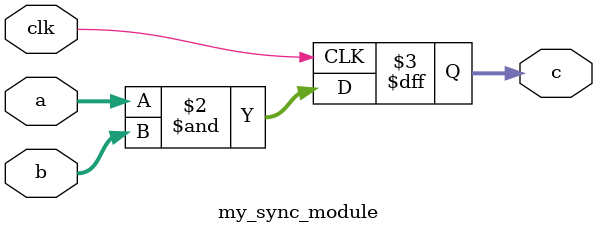
<source format=v>
module my_sync_module #(parameter WIDTH=4) (
  input clk,
  input [WIDTH-1:0] a, b,
  output reg [WIDTH-1:0] c
);
  
  always @(posedge clk)
    c <= a & b;
  
  /*
  Много съществено е употребата на т.нар. неблокиращо присвояване (<= non-blocking assignment) при описанието на регистър -   това е конструкция на Верилог, която указва присвояването на дясната страна на лявата да се извърши спрямо текущата стойност от дясно, което е същината на синхронната логика. При блокиращо присвояване се прави първо преизчисляване на дясната част и след това тази стойност се прехвърля на лявата
  */

endmodule
</source>
